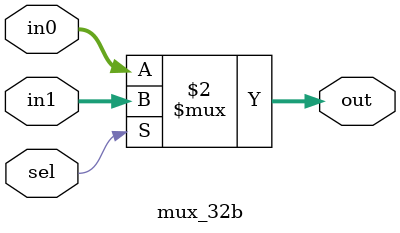
<source format=v>
`timescale 1ns / 1ps

module mux_5b (
           input [4:0] in0,
           input [4:0] in1,
           input sel,
           output [4:0] out
       );

assign out = (sel == 0) ? in0 : in1;

endmodule

module mux_32b (
           input [31:0] in0,
           input [31:0] in1,
           input sel,
           output [31:0] out
       );

assign out = (sel == 0) ? in0 : in1;

endmodule

</source>
